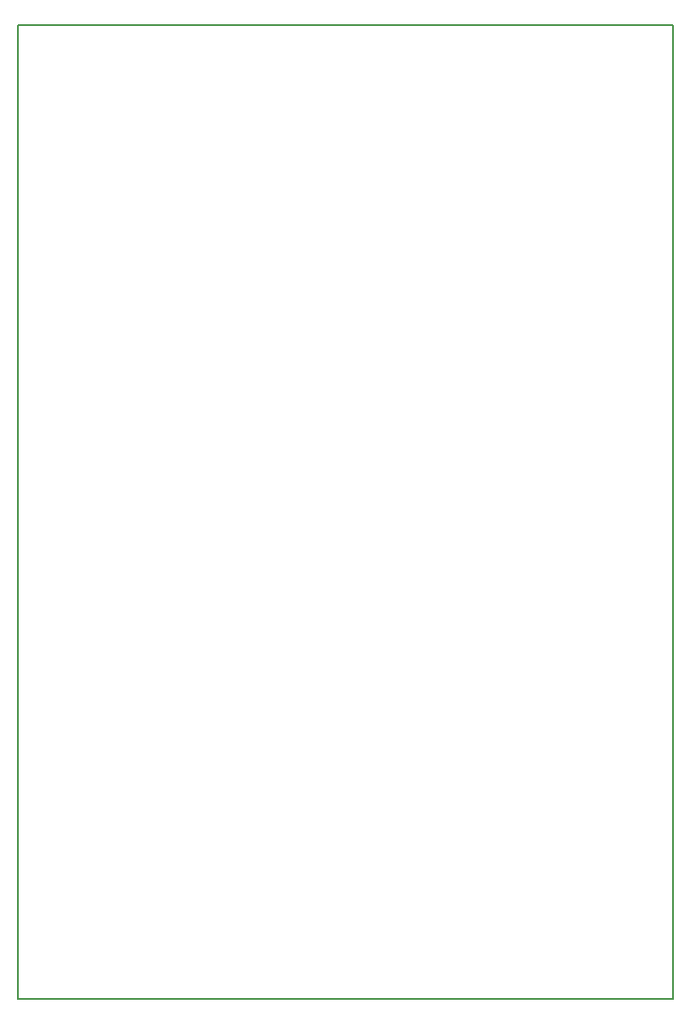
<source format=gbr>
%TF.GenerationSoftware,KiCad,Pcbnew,7.0.10*%
%TF.CreationDate,2024-02-02T23:11:49-08:00*%
%TF.ProjectId,Patch_SM_Breadboard_Adapter,50617463-685f-4534-9d5f-427265616462,rev?*%
%TF.SameCoordinates,Original*%
%TF.FileFunction,Profile,NP*%
%FSLAX46Y46*%
G04 Gerber Fmt 4.6, Leading zero omitted, Abs format (unit mm)*
G04 Created by KiCad (PCBNEW 7.0.10) date 2024-02-02 23:11:49*
%MOMM*%
%LPD*%
G01*
G04 APERTURE LIST*
%TA.AperFunction,Profile*%
%ADD10C,0.200000*%
%TD*%
G04 APERTURE END LIST*
D10*
X20000000Y-20000000D02*
X82000000Y-20000000D01*
X82000000Y-112000000D01*
X20000000Y-112000000D01*
X20000000Y-20000000D01*
M02*

</source>
